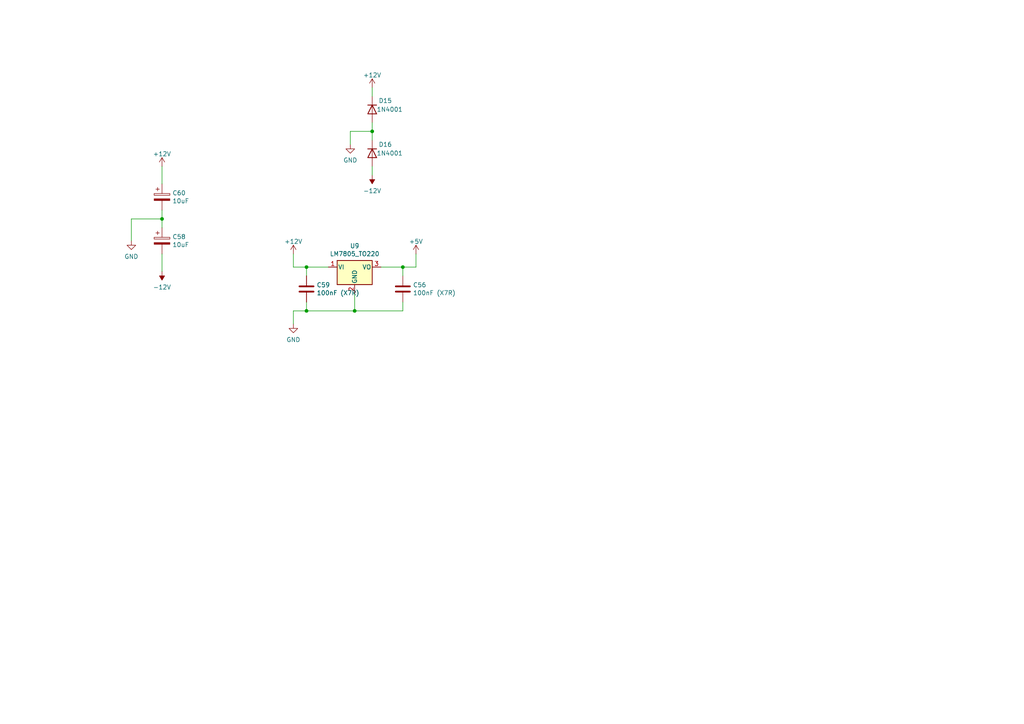
<source format=kicad_sch>
(kicad_sch (version 20211123) (generator eeschema)
  (paper "A4")
  (lib_symbols
    (symbol "Device:C" (pin_numbers hide) (pin_names (offset 0.254))
      (property "Reference" "C" (at 0.635 2.54 0))
      (property "Value" "C" (at 0.635 -2.54 0))
      (symbol "C_0_1"
        (polyline (pts (xy -2.032 -0.762) (xy 2.032 -0.762)) (stroke (width 0.508)))
        (polyline (pts (xy -2.032 0.762) (xy 2.032 0.762)) (stroke (width 0.508)))
      )
      (symbol "C_1_1"
        (pin passive line (at 0 3.81 270) (length 2.794) (name "~") (number "1"))
        (pin passive line (at 0 -3.81 90) (length 2.794) (name "~") (number "2"))
      )
    )
    (symbol "Device:C_Polarized" (pin_numbers hide) (pin_names (offset 0.254))
      (property "Reference" "C" (at 0.635 2.54 0))
      (property "Value" "C_Polarized" (at 0.635 -2.54 0))
      (symbol "C_Polarized_0_1"
        (rectangle (start -2.286 0.508) (end 2.286 1.016))
        (polyline (pts (xy -1.778 2.286) (xy -0.762 2.286)))
        (polyline (pts (xy -1.27 2.794) (xy -1.27 1.778)))
        (rectangle (start 2.286 -0.508) (end -2.286 -1.016) (fill (type outline)))
      )
      (symbol "C_Polarized_1_1"
        (pin passive line (at 0 3.81 270) (length 2.794) (name "~") (number "1"))
        (pin passive line (at 0 -3.81 90) (length 2.794) (name "~") (number "2"))
      )
    )
    (symbol "Device:D" (pin_numbers hide) (pin_names (offset 1.016) hide)
      (property "Reference" "D" (at 0 2.54 0))
      (property "Value" "D" (at 0 -2.54 0))
      (symbol "D_0_1"
        (polyline (pts (xy -1.27 1.27) (xy -1.27 -1.27)) (stroke (width 0.254)))
        (polyline (pts (xy 1.27 0) (xy -1.27 0)))
        (polyline (pts (xy 1.27 1.27) (xy 1.27 -1.27) (xy -1.27 0) (xy 1.27 1.27)) (stroke (width 0.254)))
      )
      (symbol "D_1_1"
        (pin passive line (at -3.81 0 0) (length 2.54) (name "K") (number "1"))
        (pin passive line (at 3.81 0 180) (length 2.54) (name "A") (number "2"))
      )
    )
    (symbol "Regulator_Linear:LM7805_TO220" (pin_names (offset 0.254))
      (property "Reference" "U" (at -3.81 3.175 0))
      (property "Value" "LM7805_TO220" (at 0 3.175 0))
      (symbol "LM7805_TO220_0_1"
        (rectangle (start -5.08 1.905) (end 5.08 -5.08) (stroke (width 0.254)) (fill (type background)))
      )
      (symbol "LM7805_TO220_1_1"
        (pin power_in line (at -7.62 0 0) (length 2.54) (name "VI") (number "1"))
        (pin power_in line (at 0 -7.62 90) (length 2.54) (name "GND") (number "2"))
        (pin power_out line (at 7.62 0 180) (length 2.54) (name "VO") (number "3"))
      )
    )
    (symbol "power:+12V" (power) (pin_names (offset 0))
      (property "Value" "+12V" (at 0 3.556 0))
      (symbol "+12V_0_1"
        (polyline (pts (xy -0.762 1.27) (xy 0 2.54)))
        (polyline (pts (xy 0 0) (xy 0 2.54)))
        (polyline (pts (xy 0 2.54) (xy 0.762 1.27)))
      )
      (symbol "+12V_1_1"
        (pin power_in line (at 0 0 90) (length 0) hide (name "+12V") (number "1"))
      )
    )
    (symbol "power:+5V" (power) (pin_names (offset 0))
      (property "Value" "+5V" (at 0 3.556 0))
      (symbol "+5V_0_1"
        (polyline (pts (xy -0.762 1.27) (xy 0 2.54)))
        (polyline (pts (xy 0 0) (xy 0 2.54)))
        (polyline (pts (xy 0 2.54) (xy 0.762 1.27)))
      )
      (symbol "+5V_1_1"
        (pin power_in line (at 0 0 90) (length 0) hide (name "+5V") (number "1"))
      )
    )
    (symbol "power:-12V" (power) (pin_names (offset 0))
      (property "Value" "-12V" (at 0 3.81 0))
      (symbol "-12V_0_0"
        (pin power_in line (at 0 0 90) (length 0) hide (name "-12V") (number "1"))
      )
      (symbol "-12V_0_1"
        (polyline (pts (xy 0 0) (xy 0 1.27) (xy 0.762 1.27) (xy 0 2.54) (xy -0.762 1.27) (xy 0 1.27)) (fill (type outline)))
      )
    )
    (symbol "power:GND" (power) (pin_names (offset 0))
      (property "Value" "GND" (at 0 -3.81 0))
      (symbol "GND_0_1"
        (polyline (pts (xy 0 0) (xy 0 -1.27) (xy 1.27 -1.27) (xy 0 -2.54) (xy -1.27 -1.27) (xy 0 -1.27)))
      )
      (symbol "GND_1_1"
        (pin power_in line (at 0 0 270) (length 0) hide (name "GND") (number "1"))
      )
    )
  )
  (junction (at 116.84 77.47))
  (junction (at 88.9 90.17))
  (junction (at 102.87 90.17))
  (junction (at 46.99 63.5))
  (junction (at 107.95 38.1))
  (junction (at 88.9 77.47))
  (wire (pts (xy 85.09 90.17) (xy 85.09 93.98)))
  (wire (pts (xy 88.9 90.17) (xy 88.9 87.63)))
  (wire (pts (xy 88.9 90.17) (xy 102.87 90.17)))
  (wire (pts (xy 107.95 35.56) (xy 107.95 38.1)))
  (wire (pts (xy 101.6 38.1) (xy 101.6 41.91)))
  (wire (pts (xy 107.95 38.1) (xy 107.95 40.64)))
  (wire (pts (xy 102.87 85.09) (xy 102.87 90.17)))
  (wire (pts (xy 116.84 80.01) (xy 116.84 77.47)))
  (wire (pts (xy 38.1 63.5) (xy 38.1 69.85)))
  (wire (pts (xy 95.25 77.47) (xy 88.9 77.47)))
  (wire (pts (xy 120.65 77.47) (xy 120.65 73.66)))
  (wire (pts (xy 46.99 60.96) (xy 46.99 63.5)))
  (wire (pts (xy 116.84 87.63) (xy 116.84 90.17)))
  (wire (pts (xy 85.09 90.17) (xy 88.9 90.17)))
  (wire (pts (xy 102.87 90.17) (xy 116.84 90.17)))
  (wire (pts (xy 46.99 63.5) (xy 46.99 66.04)))
  (wire (pts (xy 116.84 77.47) (xy 120.65 77.47)))
  (wire (pts (xy 110.49 77.47) (xy 116.84 77.47)))
  (wire (pts (xy 101.6 38.1) (xy 107.95 38.1)))
  (wire (pts (xy 107.95 50.8) (xy 107.95 48.26)))
  (wire (pts (xy 46.99 73.66) (xy 46.99 78.74)))
  (wire (pts (xy 38.1 63.5) (xy 46.99 63.5)))
  (wire (pts (xy 88.9 77.47) (xy 88.9 80.01)))
  (wire (pts (xy 107.95 25.4) (xy 107.95 27.94)))
  (wire (pts (xy 85.09 73.66) (xy 85.09 77.47)))
  (wire (pts (xy 46.99 48.26) (xy 46.99 53.34)))
  (wire (pts (xy 88.9 77.47) (xy 85.09 77.47)))
  (symbol (lib_id "Regulator_Linear:LM7805_TO220") (at 102.87 77.47 0) (unit 1)
    (property "Reference" "U9" (at 102.87 71.3232 0))
    (property "Value" "LM7805_TO220" (at 102.87 73.6346 0))
    (property "Footprint" "Package_TO_SOT_THT:TO-220-3_Horizontal_TabDown" (effects hide))
    (property "Datasheet" "https://www.onsemi.cn/PowerSolutions/document/MC7800-D.PDF" (effects hide))
  )
  (symbol (lib_id "Device:C") (at 116.84 83.82 180) (unit 1)
    (property "Reference" "C56" (at 119.761 82.6516 0) (effects (justify right)))
    (property "Value" "100nF (X7R)" (at 119.761 84.963 0) (effects (justify right)))
    (property "Footprint" "Rumblesan_Footprints:C_Rect_L7.0mm_W3.5mm_P5.00mm" (effects hide))
  )
  (symbol (lib_id "Device:C") (at 88.9 83.82 180) (unit 1)
    (property "Reference" "C59" (at 91.821 82.6516 0) (effects (justify right)))
    (property "Value" "100nF (X7R)" (at 91.821 84.963 0) (effects (justify right)))
    (property "Footprint" "Rumblesan_Footprints:C_Rect_L7.0mm_W3.5mm_P5.00mm" (effects hide))
  )
  (symbol (lib_id "Device:C_Polarized") (at 46.99 57.15 0) (unit 1)
    (property "Reference" "C60" (at 49.9872 55.9816 0) (effects (justify left)))
    (property "Value" "10uF" (at 49.9872 58.293 0) (effects (justify left)))
    (property "Footprint" "Rumblesan_Footprints:CP_Radial_D6.3mm_P2.50mm" (effects hide))
  )
  (symbol (lib_id "Device:C_Polarized") (at 46.99 69.85 0) (unit 1)
    (property "Reference" "C58" (at 49.9872 68.6816 0) (effects (justify left)))
    (property "Value" "10uF" (at 49.9872 70.993 0) (effects (justify left)))
    (property "Footprint" "Rumblesan_Footprints:CP_Radial_D6.3mm_P2.50mm" (effects hide))
  )
  (symbol (lib_id "Device:D") (at 107.95 31.75 270) (unit 1) (in_bom no)
    (property "Reference" "D15" (at 111.76 29.21 90))
    (property "Value" "1N4001" (at 113.03 31.75 90))
    (property "Footprint" "Rumblesan_Footprints:Diode_THT_P7.62mm_Horizontal" (effects hide))
  )
  (symbol (lib_id "Device:D") (at 107.95 44.45 270) (unit 1) (in_bom no)
    (property "Reference" "D16" (at 111.76 41.91 90))
    (property "Value" "1N4001" (at 113.03 44.45 90))
    (property "Footprint" "Rumblesan_Footprints:Diode_THT_P7.62mm_Horizontal" (effects hide))
  )
  (symbol (lib_id "power:+12V") (at 85.09 73.66 0) (unit 1)
    (property "Reference" "#PWR0172" (effects hide))
    (property "Value" "+12V" (at 85.09 70.0555 0))
  )
  (symbol (lib_id "power:GND") (at 101.6 41.91 0) (unit 1)
    (property "Reference" "#PWR0173" (effects hide))
    (property "Value" "GND" (at 101.6 46.4725 0))
  )
  (symbol (lib_id "power:GND") (at 85.09 93.98 0) (unit 1)
    (property "Reference" "#PWR0182" (effects hide))
    (property "Value" "GND" (at 85.09 98.5425 0))
  )
  (symbol (lib_id "power:+12V") (at 46.99 48.26 0) (unit 1)
    (property "Reference" "#PWR0183" (effects hide))
    (property "Value" "+12V" (at 46.99 44.6555 0))
  )
  (symbol (lib_id "power:-12V") (at 107.95 50.8 180) (unit 1)
    (property "Reference" "#PWR0174" (effects hide))
    (property "Value" "-12V" (at 107.95 55.3625 0))
  )
  (symbol (lib_id "power:+5V") (at 120.65 73.66 0) (unit 1)
    (property "Reference" "#PWR0176" (effects hide))
    (property "Value" "+5V" (at 120.65 70.0555 0))
  )
  (symbol (lib_id "power:GND") (at 38.1 69.85 0) (unit 1)
    (property "Reference" "#PWR0177" (effects hide))
    (property "Value" "GND" (at 38.1 74.4125 0))
  )
  (symbol (lib_id "power:-12V") (at 46.99 78.74 180) (unit 1)
    (property "Reference" "#PWR0181" (effects hide))
    (property "Value" "-12V" (at 46.99 83.3025 0))
  )
  (symbol (lib_id "power:+12V") (at 107.95 25.4 0) (unit 1)
    (property "Reference" "#PWR0175" (effects hide))
    (property "Value" "+12V" (at 107.95 21.7955 0))
  )
)
</source>
